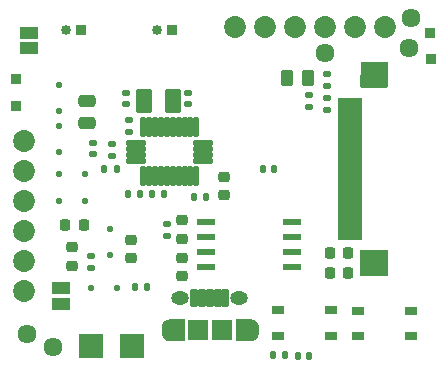
<source format=gbr>
%TF.GenerationSoftware,KiCad,Pcbnew,9.0.2*%
%TF.CreationDate,2025-07-25T10:59:28-07:00*%
%TF.ProjectId,OuterBoard_4.2,4f757465-7242-46f6-9172-645f342e322e,rev?*%
%TF.SameCoordinates,Original*%
%TF.FileFunction,Soldermask,Top*%
%TF.FilePolarity,Negative*%
%FSLAX46Y46*%
G04 Gerber Fmt 4.6, Leading zero omitted, Abs format (unit mm)*
G04 Created by KiCad (PCBNEW 9.0.2) date 2025-07-25 10:59:28*
%MOMM*%
%LPD*%
G01*
G04 APERTURE LIST*
G04 Aperture macros list*
%AMRoundRect*
0 Rectangle with rounded corners*
0 $1 Rounding radius*
0 $2 $3 $4 $5 $6 $7 $8 $9 X,Y pos of 4 corners*
0 Add a 4 corners polygon primitive as box body*
4,1,4,$2,$3,$4,$5,$6,$7,$8,$9,$2,$3,0*
0 Add four circle primitives for the rounded corners*
1,1,$1+$1,$2,$3*
1,1,$1+$1,$4,$5*
1,1,$1+$1,$6,$7*
1,1,$1+$1,$8,$9*
0 Add four rect primitives between the rounded corners*
20,1,$1+$1,$2,$3,$4,$5,0*
20,1,$1+$1,$4,$5,$6,$7,0*
20,1,$1+$1,$6,$7,$8,$9,0*
20,1,$1+$1,$8,$9,$2,$3,0*%
G04 Aperture macros list end*
%ADD10C,0.025400*%
%ADD11C,0.010000*%
%ADD12C,1.612000*%
%ADD13RoundRect,0.225000X0.250000X-0.225000X0.250000X0.225000X-0.250000X0.225000X-0.250000X-0.225000X0*%
%ADD14C,1.854000*%
%ADD15RoundRect,0.225000X0.225000X0.250000X-0.225000X0.250000X-0.225000X-0.250000X0.225000X-0.250000X0*%
%ADD16R,1.549400X0.558800*%
%ADD17RoundRect,0.140000X0.140000X0.170000X-0.140000X0.170000X-0.140000X-0.170000X0.140000X-0.170000X0*%
%ADD18RoundRect,0.140000X0.170000X-0.140000X0.170000X0.140000X-0.170000X0.140000X-0.170000X-0.140000X0*%
%ADD19R,0.850000X0.850000*%
%ADD20RoundRect,0.218750X-0.256250X0.218750X-0.256250X-0.218750X0.256250X-0.218750X0.256250X0.218750X0*%
%ADD21R,1.500000X1.000000*%
%ADD22RoundRect,0.135000X0.185000X-0.135000X0.185000X0.135000X-0.185000X0.135000X-0.185000X-0.135000X0*%
%ADD23RoundRect,0.102000X0.950000X-0.150000X0.950000X0.150000X-0.950000X0.150000X-0.950000X-0.150000X0*%
%ADD24RoundRect,0.102000X1.100000X-1.000000X1.100000X1.000000X-1.100000X1.000000X-1.100000X-1.000000X0*%
%ADD25RoundRect,0.102000X1.100000X-0.450005X1.100000X0.450005X-1.100000X0.450005X-1.100000X-0.450005X0*%
%ADD26RoundRect,0.125000X-0.125000X0.125000X-0.125000X-0.125000X0.125000X-0.125000X0.125000X0.125000X0*%
%ADD27RoundRect,0.225000X-0.225000X-0.250000X0.225000X-0.250000X0.225000X0.250000X-0.225000X0.250000X0*%
%ADD28RoundRect,0.135000X-0.185000X0.135000X-0.185000X-0.135000X0.185000X-0.135000X0.185000X0.135000X0*%
%ADD29RoundRect,0.135000X-0.135000X-0.185000X0.135000X-0.185000X0.135000X0.185000X-0.135000X0.185000X0*%
%ADD30RoundRect,0.147500X0.147500X0.172500X-0.147500X0.172500X-0.147500X-0.172500X0.147500X-0.172500X0*%
%ADD31RoundRect,0.250000X0.262500X0.450000X-0.262500X0.450000X-0.262500X-0.450000X0.262500X-0.450000X0*%
%ADD32R,2.000000X2.000000*%
%ADD33C,0.850000*%
%ADD34RoundRect,0.140000X-0.140000X-0.170000X0.140000X-0.170000X0.140000X0.170000X-0.140000X0.170000X0*%
%ADD35RoundRect,0.135000X0.135000X0.185000X-0.135000X0.185000X-0.135000X-0.185000X0.135000X-0.185000X0*%
%ADD36RoundRect,0.102000X-0.150000X-0.747000X0.150000X-0.747000X0.150000X0.747000X-0.150000X0.747000X0*%
%ADD37RoundRect,0.102000X-0.728000X-0.150000X0.728000X-0.150000X0.728000X0.150000X-0.728000X0.150000X0*%
%ADD38RoundRect,0.225000X-0.250000X0.225000X-0.250000X-0.225000X0.250000X-0.225000X0.250000X0.225000X0*%
%ADD39RoundRect,0.125000X-0.125000X-0.125000X0.125000X-0.125000X0.125000X0.125000X-0.125000X0.125000X0*%
%ADD40RoundRect,0.102000X-0.200000X-0.675000X0.200000X-0.675000X0.200000X0.675000X-0.200000X0.675000X0*%
%ADD41RoundRect,0.102000X-0.750000X-0.775000X0.750000X-0.775000X0.750000X0.775000X-0.750000X0.775000X0*%
%ADD42O,1.504000X1.154000*%
%ADD43RoundRect,0.102000X0.550000X0.950000X-0.550000X0.950000X-0.550000X-0.950000X0.550000X-0.950000X0*%
%ADD44RoundRect,0.250000X0.475000X-0.250000X0.475000X0.250000X-0.475000X0.250000X-0.475000X-0.250000X0*%
%ADD45R,0.990600X0.711200*%
G04 APERTURE END LIST*
D10*
%TO.C,J10*%
X149675000Y-81600000D02*
X147475000Y-81600000D01*
X147475000Y-80500000D01*
X149675000Y-80500000D01*
X149675000Y-81600000D01*
G36*
X149675000Y-81600000D02*
G01*
X147475000Y-81600000D01*
X147475000Y-80500000D01*
X149675000Y-80500000D01*
X149675000Y-81600000D01*
G37*
X149675000Y-98500000D02*
X147475000Y-98500000D01*
X147475000Y-97400000D01*
X149675000Y-97400000D01*
X149675000Y-98500000D01*
G36*
X149675000Y-98500000D02*
G01*
X147475000Y-98500000D01*
X147475000Y-97400000D01*
X149675000Y-97400000D01*
X149675000Y-98500000D01*
G37*
D11*
%TO.C,J6*%
X132450000Y-104015000D02*
X131205000Y-104015000D01*
X131174000Y-104014000D01*
X131142000Y-104012000D01*
X131111000Y-104008000D01*
X131080000Y-104002000D01*
X131050000Y-103995000D01*
X131020000Y-103986000D01*
X130990000Y-103975000D01*
X130961000Y-103963000D01*
X130933000Y-103950000D01*
X130905000Y-103935000D01*
X130878000Y-103918000D01*
X130852000Y-103900000D01*
X130827000Y-103881000D01*
X130804000Y-103861000D01*
X130781000Y-103839000D01*
X130759000Y-103816000D01*
X130739000Y-103793000D01*
X130720000Y-103768000D01*
X130702000Y-103742000D01*
X130685000Y-103715000D01*
X130670000Y-103687000D01*
X130657000Y-103659000D01*
X130645000Y-103630000D01*
X130634000Y-103600000D01*
X130625000Y-103570000D01*
X130618000Y-103540000D01*
X130612000Y-103509000D01*
X130608000Y-103478000D01*
X130606000Y-103446000D01*
X130605000Y-103415000D01*
X130605000Y-102865000D01*
X130606000Y-102834000D01*
X130608000Y-102802000D01*
X130612000Y-102771000D01*
X130618000Y-102740000D01*
X130625000Y-102710000D01*
X130634000Y-102680000D01*
X130645000Y-102650000D01*
X130657000Y-102621000D01*
X130670000Y-102593000D01*
X130685000Y-102565000D01*
X130702000Y-102538000D01*
X130720000Y-102512000D01*
X130739000Y-102487000D01*
X130759000Y-102464000D01*
X130781000Y-102441000D01*
X130804000Y-102419000D01*
X130827000Y-102399000D01*
X130852000Y-102380000D01*
X130878000Y-102362000D01*
X130905000Y-102345000D01*
X130933000Y-102330000D01*
X130961000Y-102317000D01*
X130990000Y-102305000D01*
X131020000Y-102294000D01*
X131050000Y-102285000D01*
X131080000Y-102278000D01*
X131111000Y-102272000D01*
X131142000Y-102268000D01*
X131174000Y-102266000D01*
X131205000Y-102265000D01*
X132450000Y-102265000D01*
X132450000Y-104015000D01*
G36*
X132450000Y-104015000D02*
G01*
X131205000Y-104015000D01*
X131174000Y-104014000D01*
X131142000Y-104012000D01*
X131111000Y-104008000D01*
X131080000Y-104002000D01*
X131050000Y-103995000D01*
X131020000Y-103986000D01*
X130990000Y-103975000D01*
X130961000Y-103963000D01*
X130933000Y-103950000D01*
X130905000Y-103935000D01*
X130878000Y-103918000D01*
X130852000Y-103900000D01*
X130827000Y-103881000D01*
X130804000Y-103861000D01*
X130781000Y-103839000D01*
X130759000Y-103816000D01*
X130739000Y-103793000D01*
X130720000Y-103768000D01*
X130702000Y-103742000D01*
X130685000Y-103715000D01*
X130670000Y-103687000D01*
X130657000Y-103659000D01*
X130645000Y-103630000D01*
X130634000Y-103600000D01*
X130625000Y-103570000D01*
X130618000Y-103540000D01*
X130612000Y-103509000D01*
X130608000Y-103478000D01*
X130606000Y-103446000D01*
X130605000Y-103415000D01*
X130605000Y-102865000D01*
X130606000Y-102834000D01*
X130608000Y-102802000D01*
X130612000Y-102771000D01*
X130618000Y-102740000D01*
X130625000Y-102710000D01*
X130634000Y-102680000D01*
X130645000Y-102650000D01*
X130657000Y-102621000D01*
X130670000Y-102593000D01*
X130685000Y-102565000D01*
X130702000Y-102538000D01*
X130720000Y-102512000D01*
X130739000Y-102487000D01*
X130759000Y-102464000D01*
X130781000Y-102441000D01*
X130804000Y-102419000D01*
X130827000Y-102399000D01*
X130852000Y-102380000D01*
X130878000Y-102362000D01*
X130905000Y-102345000D01*
X130933000Y-102330000D01*
X130961000Y-102317000D01*
X130990000Y-102305000D01*
X131020000Y-102294000D01*
X131050000Y-102285000D01*
X131080000Y-102278000D01*
X131111000Y-102272000D01*
X131142000Y-102268000D01*
X131174000Y-102266000D01*
X131205000Y-102265000D01*
X132450000Y-102265000D01*
X132450000Y-104015000D01*
G37*
X138126000Y-102266000D02*
X138158000Y-102268000D01*
X138189000Y-102272000D01*
X138220000Y-102278000D01*
X138250000Y-102285000D01*
X138280000Y-102294000D01*
X138310000Y-102305000D01*
X138339000Y-102317000D01*
X138367000Y-102330000D01*
X138395000Y-102345000D01*
X138422000Y-102362000D01*
X138448000Y-102380000D01*
X138473000Y-102399000D01*
X138496000Y-102419000D01*
X138519000Y-102441000D01*
X138541000Y-102464000D01*
X138561000Y-102487000D01*
X138580000Y-102512000D01*
X138598000Y-102538000D01*
X138615000Y-102565000D01*
X138630000Y-102593000D01*
X138643000Y-102621000D01*
X138655000Y-102650000D01*
X138666000Y-102680000D01*
X138675000Y-102710000D01*
X138682000Y-102740000D01*
X138688000Y-102771000D01*
X138692000Y-102802000D01*
X138694000Y-102834000D01*
X138695000Y-102865000D01*
X138695000Y-103415000D01*
X138694000Y-103446000D01*
X138692000Y-103478000D01*
X138688000Y-103509000D01*
X138682000Y-103540000D01*
X138675000Y-103570000D01*
X138666000Y-103600000D01*
X138655000Y-103630000D01*
X138643000Y-103659000D01*
X138630000Y-103687000D01*
X138615000Y-103715000D01*
X138598000Y-103742000D01*
X138580000Y-103768000D01*
X138561000Y-103793000D01*
X138541000Y-103816000D01*
X138519000Y-103839000D01*
X138496000Y-103861000D01*
X138473000Y-103881000D01*
X138448000Y-103900000D01*
X138422000Y-103918000D01*
X138395000Y-103935000D01*
X138367000Y-103950000D01*
X138339000Y-103963000D01*
X138310000Y-103975000D01*
X138280000Y-103986000D01*
X138250000Y-103995000D01*
X138220000Y-104002000D01*
X138189000Y-104008000D01*
X138158000Y-104012000D01*
X138126000Y-104014000D01*
X138095000Y-104015000D01*
X136850000Y-104015000D01*
X136850000Y-102265000D01*
X138095000Y-102265000D01*
X138126000Y-102266000D01*
G36*
X138126000Y-102266000D02*
G01*
X138158000Y-102268000D01*
X138189000Y-102272000D01*
X138220000Y-102278000D01*
X138250000Y-102285000D01*
X138280000Y-102294000D01*
X138310000Y-102305000D01*
X138339000Y-102317000D01*
X138367000Y-102330000D01*
X138395000Y-102345000D01*
X138422000Y-102362000D01*
X138448000Y-102380000D01*
X138473000Y-102399000D01*
X138496000Y-102419000D01*
X138519000Y-102441000D01*
X138541000Y-102464000D01*
X138561000Y-102487000D01*
X138580000Y-102512000D01*
X138598000Y-102538000D01*
X138615000Y-102565000D01*
X138630000Y-102593000D01*
X138643000Y-102621000D01*
X138655000Y-102650000D01*
X138666000Y-102680000D01*
X138675000Y-102710000D01*
X138682000Y-102740000D01*
X138688000Y-102771000D01*
X138692000Y-102802000D01*
X138694000Y-102834000D01*
X138695000Y-102865000D01*
X138695000Y-103415000D01*
X138694000Y-103446000D01*
X138692000Y-103478000D01*
X138688000Y-103509000D01*
X138682000Y-103540000D01*
X138675000Y-103570000D01*
X138666000Y-103600000D01*
X138655000Y-103630000D01*
X138643000Y-103659000D01*
X138630000Y-103687000D01*
X138615000Y-103715000D01*
X138598000Y-103742000D01*
X138580000Y-103768000D01*
X138561000Y-103793000D01*
X138541000Y-103816000D01*
X138519000Y-103839000D01*
X138496000Y-103861000D01*
X138473000Y-103881000D01*
X138448000Y-103900000D01*
X138422000Y-103918000D01*
X138395000Y-103935000D01*
X138367000Y-103950000D01*
X138339000Y-103963000D01*
X138310000Y-103975000D01*
X138280000Y-103986000D01*
X138250000Y-103995000D01*
X138220000Y-104002000D01*
X138189000Y-104008000D01*
X138158000Y-104012000D01*
X138126000Y-104014000D01*
X138095000Y-104015000D01*
X136850000Y-104015000D01*
X136850000Y-102265000D01*
X138095000Y-102265000D01*
X138126000Y-102266000D01*
G37*
%TD*%
D12*
%TO.C,J7*%
X151650000Y-76710000D03*
%TD*%
D13*
%TO.C,C32*%
X135850000Y-91735000D03*
X135850000Y-90185000D03*
%TD*%
D14*
%TO.C,J2*%
X136800000Y-77500000D03*
X139340000Y-77500000D03*
X141880000Y-77500000D03*
X144420000Y-77500000D03*
X146960000Y-77500000D03*
X149500000Y-77500000D03*
%TD*%
D15*
%TO.C,C12*%
X146345000Y-96620000D03*
X144795000Y-96620000D03*
%TD*%
D16*
%TO.C,U2*%
X141572200Y-97805000D03*
X141572200Y-96535000D03*
X141572200Y-95265000D03*
X141572200Y-93995000D03*
X134307800Y-93995000D03*
X134307800Y-95265000D03*
X134307800Y-96535000D03*
X134307800Y-97805000D03*
%TD*%
D17*
%TO.C,R13*%
X140990000Y-105290000D03*
X140030000Y-105290000D03*
%TD*%
D18*
%TO.C,C31*%
X132827000Y-84032200D03*
X132827000Y-83072200D03*
%TD*%
D12*
%TO.C,J8*%
X121370000Y-104620000D03*
%TD*%
D19*
%TO.C,TP3*%
X118220000Y-84170000D03*
%TD*%
D20*
%TO.C,D8*%
X122990000Y-96122500D03*
X122990000Y-97697500D03*
%TD*%
D19*
%TO.C,TP5*%
X118210000Y-81930000D03*
%TD*%
D21*
%TO.C,JP2*%
X119370000Y-79280000D03*
X119370000Y-77980000D03*
%TD*%
D22*
%TO.C,R6*%
X144540000Y-82470000D03*
X144540000Y-81450000D03*
%TD*%
D23*
%TO.C,J10*%
X146525000Y-95249990D03*
X146525000Y-94749990D03*
X146525000Y-94249990D03*
X146525000Y-93749990D03*
X146525000Y-93249990D03*
X146525000Y-92749990D03*
X146525000Y-92249990D03*
X146525000Y-91749990D03*
X146525000Y-91249990D03*
X146525000Y-90749990D03*
X146525000Y-90249988D03*
X146525000Y-89749991D03*
X146525000Y-89249987D03*
X146525000Y-88749988D03*
X146525000Y-88249990D03*
X146525000Y-87749990D03*
X146525000Y-87249990D03*
X146525000Y-86749990D03*
X146525000Y-86249990D03*
X146525000Y-85749990D03*
X146525000Y-85249990D03*
X146525000Y-84749990D03*
X146525000Y-84249990D03*
X146525000Y-83749990D03*
D24*
X148575000Y-97500000D03*
D25*
X148575000Y-82050005D03*
%TD*%
D12*
%TO.C,J5*%
X119200000Y-103470000D03*
%TD*%
D26*
%TO.C,D2*%
X121890000Y-85922500D03*
X121890000Y-88122500D03*
%TD*%
D27*
%TO.C,C42*%
X122420000Y-94270000D03*
X123970000Y-94270000D03*
%TD*%
D26*
%TO.C,D3*%
X121880000Y-82372500D03*
X121880000Y-84572500D03*
%TD*%
D28*
%TO.C,R7*%
X144560000Y-83540000D03*
X144560000Y-84560000D03*
%TD*%
D20*
%TO.C,D13*%
X128000000Y-95500000D03*
X128000000Y-97075000D03*
%TD*%
D29*
%TO.C,R25*%
X128310000Y-99500000D03*
X129330000Y-99500000D03*
%TD*%
D30*
%TO.C,L2*%
X140110000Y-89540000D03*
X139140000Y-89540000D03*
%TD*%
D18*
%TO.C,C30*%
X127543800Y-84009400D03*
X127543800Y-83049400D03*
%TD*%
D31*
%TO.C,R8*%
X142995000Y-81820000D03*
X141170000Y-81820000D03*
%TD*%
D17*
%TO.C,C29*%
X130730000Y-91640000D03*
X129770000Y-91640000D03*
%TD*%
D15*
%TO.C,C14*%
X146350000Y-98350000D03*
X144800000Y-98350000D03*
%TD*%
D32*
%TO.C,TP1*%
X124620000Y-104540000D03*
%TD*%
D19*
%TO.C,TP6*%
X153370000Y-80170000D03*
%TD*%
%TO.C,J3*%
X123750000Y-77770000D03*
D33*
X122500000Y-77770000D03*
%TD*%
D18*
%TO.C,C2*%
X124760000Y-88250000D03*
X124760000Y-87290000D03*
%TD*%
D28*
%TO.C,R22*%
X126370000Y-87370000D03*
X126370000Y-88390000D03*
%TD*%
%TO.C,R31*%
X131010000Y-94190000D03*
X131010000Y-95210000D03*
%TD*%
D12*
%TO.C,J9*%
X151550000Y-79290000D03*
%TD*%
D28*
%TO.C,R9*%
X143070000Y-83250000D03*
X143070000Y-84270000D03*
%TD*%
D19*
%TO.C,J4*%
X131440000Y-77740000D03*
D33*
X130190000Y-77740000D03*
%TD*%
D34*
%TO.C,R14*%
X142100000Y-105320000D03*
X143060000Y-105320000D03*
%TD*%
D32*
%TO.C,TP2*%
X128030000Y-104540000D03*
%TD*%
D35*
%TO.C,R18*%
X134344800Y-91935400D03*
X133324800Y-91935400D03*
%TD*%
D36*
%TO.C,U8*%
X129010000Y-86009200D03*
D37*
X128432000Y-87306200D03*
X128432000Y-87806200D03*
X128432000Y-88306200D03*
X128432000Y-88806200D03*
D36*
X129010000Y-90103200D03*
X129510000Y-90103200D03*
X130010000Y-90103200D03*
X130510000Y-90103200D03*
X131010000Y-90103200D03*
X131510000Y-90103200D03*
X132010000Y-90103200D03*
X132510000Y-90103200D03*
X133010000Y-90103200D03*
X133510000Y-90103200D03*
D37*
X134088000Y-88806200D03*
X134088000Y-88306200D03*
X134088000Y-87806200D03*
X134088000Y-87306200D03*
D36*
X133510000Y-86009200D03*
X133010000Y-86009200D03*
X132510000Y-86009200D03*
X132010000Y-86009200D03*
X131510000Y-86009200D03*
X131010000Y-86009200D03*
X130510000Y-86009200D03*
X130010000Y-86009200D03*
X129510000Y-86009200D03*
%TD*%
D38*
%TO.C,C38*%
X132307306Y-93869885D03*
X132307306Y-95419885D03*
%TD*%
D35*
%TO.C,R16*%
X126750000Y-89540000D03*
X125730000Y-89540000D03*
%TD*%
D19*
%TO.C,TP4*%
X153310000Y-78030000D03*
%TD*%
D39*
%TO.C,D1*%
X121840000Y-92220000D03*
X124040000Y-92220000D03*
%TD*%
D13*
%TO.C,C44*%
X132270000Y-98605000D03*
X132270000Y-97055000D03*
%TD*%
D28*
%TO.C,R23*%
X124560000Y-96900000D03*
X124560000Y-97920000D03*
%TD*%
D39*
%TO.C,D5*%
X124580000Y-99570000D03*
X126780000Y-99570000D03*
%TD*%
D35*
%TO.C,R17*%
X128770000Y-91640000D03*
X127750000Y-91640000D03*
%TD*%
D39*
%TO.C,D6*%
X121842500Y-89970000D03*
X124042500Y-89970000D03*
%TD*%
D40*
%TO.C,J6*%
X133350000Y-100465000D03*
X134000000Y-100465000D03*
X134650000Y-100465000D03*
X135300000Y-100465000D03*
X135950000Y-100465000D03*
D41*
X135650000Y-103140000D03*
X133650000Y-103140000D03*
D42*
X132150000Y-100440000D03*
X137150000Y-100440000D03*
%TD*%
D43*
%TO.C,Y1*%
X131550000Y-83770000D03*
X129050000Y-83770000D03*
%TD*%
D44*
%TO.C,C1*%
X124230000Y-85630000D03*
X124230000Y-83730000D03*
%TD*%
D45*
%TO.C,SW3*%
X140389999Y-101485001D03*
X144890001Y-101485001D03*
X140389999Y-103634999D03*
X144890001Y-103634999D03*
%TD*%
D21*
%TO.C,JP1*%
X122040000Y-100940000D03*
X122040000Y-99640000D03*
%TD*%
D26*
%TO.C,D4*%
X126200000Y-94600000D03*
X126200000Y-96800000D03*
%TD*%
D45*
%TO.C,SW1*%
X147160799Y-101506501D03*
X151660801Y-101506501D03*
X147160799Y-103656499D03*
X151660801Y-103656499D03*
%TD*%
D12*
%TO.C,J11*%
X144360000Y-79710000D03*
%TD*%
D18*
%TO.C,C28*%
X127840400Y-86370200D03*
X127840400Y-85410200D03*
%TD*%
D14*
%TO.C,J1*%
X118940000Y-99830000D03*
X118940000Y-97290000D03*
X118940000Y-94750000D03*
X118940000Y-92210000D03*
X118940000Y-89670000D03*
X118940000Y-87130000D03*
%TD*%
M02*

</source>
